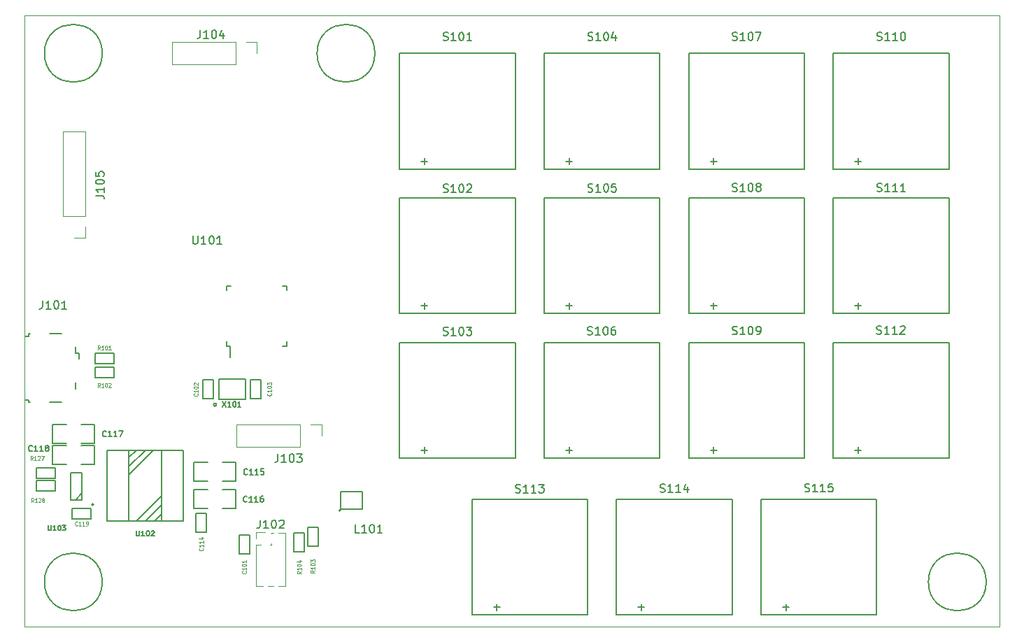
<source format=gto>
G04 #@! TF.GenerationSoftware,KiCad,Pcbnew,5.1.9-73d0e3b20d~88~ubuntu18.04.1*
G04 #@! TF.CreationDate,2021-10-16T20:22:12+02:00*
G04 #@! TF.ProjectId,VFODial,56464f44-6961-46c2-9e6b-696361645f70,rev?*
G04 #@! TF.SameCoordinates,Original*
G04 #@! TF.FileFunction,Legend,Top*
G04 #@! TF.FilePolarity,Positive*
%FSLAX46Y46*%
G04 Gerber Fmt 4.6, Leading zero omitted, Abs format (unit mm)*
G04 Created by KiCad (PCBNEW 5.1.9-73d0e3b20d~88~ubuntu18.04.1) date 2021-10-16 20:22:12*
%MOMM*%
%LPD*%
G01*
G04 APERTURE LIST*
G04 #@! TA.AperFunction,Profile*
%ADD10C,0.050000*%
G04 #@! TD*
%ADD11C,0.127000*%
%ADD12C,0.150000*%
%ADD13C,0.120000*%
%ADD14C,0.114300*%
%ADD15C,0.152000*%
G04 APERTURE END LIST*
D10*
X20100000Y-187400000D02*
X20100000Y-187300000D01*
X138100000Y-187400000D02*
X20100000Y-187400000D01*
X138100000Y-113400000D02*
X138100000Y-187400000D01*
X20100000Y-113400000D02*
X138100000Y-113400000D01*
X20100000Y-187300000D02*
X20100000Y-113400000D01*
D11*
G04 #@! TO.C,R128*
X21557000Y-169715000D02*
X23843000Y-169715000D01*
X23843000Y-169715000D02*
X23843000Y-170985000D01*
X23843000Y-170985000D02*
X21557000Y-170985000D01*
X21557000Y-170985000D02*
X21557000Y-169715000D01*
G04 #@! TO.C,R127*
X23843000Y-169435000D02*
X21557000Y-169435000D01*
X21557000Y-169435000D02*
X21557000Y-168165000D01*
X21557000Y-168165000D02*
X23843000Y-168165000D01*
X23843000Y-168165000D02*
X23843000Y-169435000D01*
G04 #@! TO.C,R104*
X53985000Y-176107000D02*
X53985000Y-178393000D01*
X53985000Y-178393000D02*
X52715000Y-178393000D01*
X52715000Y-178393000D02*
X52715000Y-176107000D01*
X52715000Y-176107000D02*
X53985000Y-176107000D01*
G04 #@! TO.C,R103*
X55635000Y-175407000D02*
X55635000Y-177693000D01*
X55635000Y-177693000D02*
X54365000Y-177693000D01*
X54365000Y-177693000D02*
X54365000Y-175407000D01*
X54365000Y-175407000D02*
X55635000Y-175407000D01*
G04 #@! TO.C,R102*
X28607000Y-155965000D02*
X30893000Y-155965000D01*
X30893000Y-155965000D02*
X30893000Y-157235000D01*
X30893000Y-157235000D02*
X28607000Y-157235000D01*
X28607000Y-157235000D02*
X28607000Y-155965000D01*
G04 #@! TO.C,R101*
X28607000Y-154315000D02*
X30893000Y-154315000D01*
X30893000Y-154315000D02*
X30893000Y-155585000D01*
X30893000Y-155585000D02*
X28607000Y-155585000D01*
X28607000Y-155585000D02*
X28607000Y-154315000D01*
G04 #@! TO.C,C119*
X28143000Y-174335000D02*
X25857000Y-174335000D01*
X25857000Y-174335000D02*
X25857000Y-173065000D01*
X25857000Y-173065000D02*
X28143000Y-173065000D01*
X28143000Y-173065000D02*
X28143000Y-174335000D01*
G04 #@! TO.C,C118*
X28590000Y-167743000D02*
X28590000Y-165457000D01*
X28590000Y-165457000D02*
X26939000Y-165457000D01*
X25161000Y-167743000D02*
X23510000Y-167743000D01*
X23510000Y-167743000D02*
X23510000Y-165457000D01*
X23510000Y-165457000D02*
X25161000Y-165457000D01*
X26939000Y-167743000D02*
X28590000Y-167743000D01*
G04 #@! TO.C,C117*
X28590000Y-165243000D02*
X28590000Y-162957000D01*
X28590000Y-162957000D02*
X26939000Y-162957000D01*
X25161000Y-165243000D02*
X23510000Y-165243000D01*
X23510000Y-165243000D02*
X23510000Y-162957000D01*
X23510000Y-162957000D02*
X25161000Y-162957000D01*
X26939000Y-165243000D02*
X28590000Y-165243000D01*
G04 #@! TO.C,C116*
X40610000Y-170857000D02*
X40610000Y-173143000D01*
X40610000Y-173143000D02*
X42261000Y-173143000D01*
X44039000Y-170857000D02*
X45690000Y-170857000D01*
X45690000Y-170857000D02*
X45690000Y-173143000D01*
X45690000Y-173143000D02*
X44039000Y-173143000D01*
X42261000Y-170857000D02*
X40610000Y-170857000D01*
G04 #@! TO.C,C115*
X40610000Y-167557000D02*
X40610000Y-169843000D01*
X40610000Y-169843000D02*
X42261000Y-169843000D01*
X44039000Y-167557000D02*
X45690000Y-167557000D01*
X45690000Y-167557000D02*
X45690000Y-169843000D01*
X45690000Y-169843000D02*
X44039000Y-169843000D01*
X42261000Y-167557000D02*
X40610000Y-167557000D01*
G04 #@! TO.C,C114*
X42135000Y-173707000D02*
X42135000Y-175993000D01*
X42135000Y-175993000D02*
X40865000Y-175993000D01*
X40865000Y-175993000D02*
X40865000Y-173707000D01*
X40865000Y-173707000D02*
X42135000Y-173707000D01*
G04 #@! TO.C,C103*
X47465000Y-159793000D02*
X47465000Y-157507000D01*
X47465000Y-157507000D02*
X48735000Y-157507000D01*
X48735000Y-157507000D02*
X48735000Y-159793000D01*
X48735000Y-159793000D02*
X47465000Y-159793000D01*
G04 #@! TO.C,C102*
X42935000Y-157507000D02*
X42935000Y-159793000D01*
X42935000Y-159793000D02*
X41665000Y-159793000D01*
X41665000Y-159793000D02*
X41665000Y-157507000D01*
X41665000Y-157507000D02*
X42935000Y-157507000D01*
G04 #@! TO.C,C101*
X46065000Y-178643000D02*
X46065000Y-176357000D01*
X46065000Y-176357000D02*
X47335000Y-176357000D01*
X47335000Y-176357000D02*
X47335000Y-178643000D01*
X47335000Y-178643000D02*
X46065000Y-178643000D01*
D12*
G04 #@! TO.C,U102*
X30100000Y-174650000D02*
X30100000Y-166050000D01*
X30100000Y-166050000D02*
X39300000Y-166050000D01*
X39300000Y-166050000D02*
X39300000Y-174650000D01*
X39300000Y-174650000D02*
X30100000Y-174650000D01*
X36700000Y-174550000D02*
X36700000Y-166050000D01*
X32700000Y-174650000D02*
X32700000Y-166050000D01*
X33600000Y-166050000D02*
X32700000Y-166950000D01*
X34700000Y-166050000D02*
X32700000Y-168050000D01*
X35700000Y-166050000D02*
X32700000Y-169050000D01*
X34700000Y-174650000D02*
X36700000Y-172650000D01*
X35800000Y-174650000D02*
X36700000Y-173750000D01*
X33600000Y-174650000D02*
X36700000Y-171550000D01*
G04 #@! TO.C,U103*
X27050000Y-172050000D02*
X25650000Y-172050000D01*
X25650000Y-172050000D02*
X25650000Y-168750000D01*
X25650000Y-168750000D02*
X27050000Y-168750000D01*
X27050000Y-168750000D02*
X27050000Y-172050000D01*
X28491421Y-172650000D02*
G75*
G03*
X28491421Y-172650000I-141421J0D01*
G01*
X27050000Y-171250000D02*
X26250000Y-172050000D01*
G04 #@! TO.C,REF\u002A\u002A*
X62500000Y-118000000D02*
G75*
G03*
X62500000Y-118000000I-3500000J0D01*
G01*
X29500000Y-182000000D02*
G75*
G03*
X29500000Y-182000000I-3500000J0D01*
G01*
X136500000Y-182000000D02*
G75*
G03*
X136500000Y-182000000I-3500000J0D01*
G01*
X29500000Y-118000000D02*
G75*
G03*
X29500000Y-118000000I-3500000J0D01*
G01*
G04 #@! TO.C,S115*
X109250000Y-172000000D02*
X123250000Y-172000000D01*
X123250000Y-172000000D02*
X123250000Y-186000000D01*
X123250000Y-186000000D02*
X109250000Y-186000000D01*
X109250000Y-186000000D02*
X109250000Y-172000000D01*
G04 #@! TO.C,S114*
X91750000Y-172000000D02*
X105750000Y-172000000D01*
X105750000Y-172000000D02*
X105750000Y-186000000D01*
X105750000Y-186000000D02*
X91750000Y-186000000D01*
X91750000Y-186000000D02*
X91750000Y-172000000D01*
G04 #@! TO.C,S113*
X74250000Y-172000000D02*
X88250000Y-172000000D01*
X88250000Y-172000000D02*
X88250000Y-186000000D01*
X88250000Y-186000000D02*
X74250000Y-186000000D01*
X74250000Y-186000000D02*
X74250000Y-172000000D01*
G04 #@! TO.C,S112*
X118000000Y-153000000D02*
X132000000Y-153000000D01*
X132000000Y-153000000D02*
X132000000Y-167000000D01*
X132000000Y-167000000D02*
X118000000Y-167000000D01*
X118000000Y-167000000D02*
X118000000Y-153000000D01*
G04 #@! TO.C,S111*
X118000000Y-135500000D02*
X132000000Y-135500000D01*
X132000000Y-135500000D02*
X132000000Y-149500000D01*
X132000000Y-149500000D02*
X118000000Y-149500000D01*
X118000000Y-149500000D02*
X118000000Y-135500000D01*
G04 #@! TO.C,S110*
X118000000Y-118000000D02*
X132000000Y-118000000D01*
X132000000Y-118000000D02*
X132000000Y-132000000D01*
X132000000Y-132000000D02*
X118000000Y-132000000D01*
X118000000Y-132000000D02*
X118000000Y-118000000D01*
G04 #@! TO.C,S109*
X100500000Y-153000000D02*
X114500000Y-153000000D01*
X114500000Y-153000000D02*
X114500000Y-167000000D01*
X114500000Y-167000000D02*
X100500000Y-167000000D01*
X100500000Y-167000000D02*
X100500000Y-153000000D01*
G04 #@! TO.C,S108*
X100500000Y-135500000D02*
X114500000Y-135500000D01*
X114500000Y-135500000D02*
X114500000Y-149500000D01*
X114500000Y-149500000D02*
X100500000Y-149500000D01*
X100500000Y-149500000D02*
X100500000Y-135500000D01*
G04 #@! TO.C,S107*
X100500000Y-118000000D02*
X114500000Y-118000000D01*
X114500000Y-118000000D02*
X114500000Y-132000000D01*
X114500000Y-132000000D02*
X100500000Y-132000000D01*
X100500000Y-132000000D02*
X100500000Y-118000000D01*
G04 #@! TO.C,S106*
X83000000Y-153000000D02*
X97000000Y-153000000D01*
X97000000Y-153000000D02*
X97000000Y-167000000D01*
X97000000Y-167000000D02*
X83000000Y-167000000D01*
X83000000Y-167000000D02*
X83000000Y-153000000D01*
G04 #@! TO.C,S105*
X83000000Y-135500000D02*
X97000000Y-135500000D01*
X97000000Y-135500000D02*
X97000000Y-149500000D01*
X97000000Y-149500000D02*
X83000000Y-149500000D01*
X83000000Y-149500000D02*
X83000000Y-135500000D01*
G04 #@! TO.C,S104*
X83000000Y-118000000D02*
X97000000Y-118000000D01*
X97000000Y-118000000D02*
X97000000Y-132000000D01*
X97000000Y-132000000D02*
X83000000Y-132000000D01*
X83000000Y-132000000D02*
X83000000Y-118000000D01*
G04 #@! TO.C,S103*
X65500000Y-153000000D02*
X79500000Y-153000000D01*
X79500000Y-153000000D02*
X79500000Y-167000000D01*
X79500000Y-167000000D02*
X65500000Y-167000000D01*
X65500000Y-167000000D02*
X65500000Y-153000000D01*
G04 #@! TO.C,S102*
X65500000Y-135500000D02*
X79500000Y-135500000D01*
X79500000Y-135500000D02*
X79500000Y-149500000D01*
X79500000Y-149500000D02*
X65500000Y-149500000D01*
X65500000Y-149500000D02*
X65500000Y-135500000D01*
G04 #@! TO.C,S101*
X65500000Y-118000000D02*
X79500000Y-118000000D01*
X79500000Y-118000000D02*
X79500000Y-132000000D01*
X79500000Y-132000000D02*
X65500000Y-132000000D01*
X65500000Y-132000000D02*
X65500000Y-118000000D01*
G04 #@! TO.C,X101*
X43330279Y-160550000D02*
G75*
G03*
X43330279Y-160550000I-180278J0D01*
G01*
X43600001Y-157400000D02*
X46800001Y-157400000D01*
X46800001Y-157400000D02*
X46800001Y-159900000D01*
X46800001Y-159900000D02*
X43600001Y-159900000D01*
X43600001Y-159900000D02*
X43600001Y-157400000D01*
G04 #@! TO.C,U101*
X44575000Y-153425000D02*
X45000000Y-153425000D01*
X44575000Y-146175000D02*
X45100000Y-146175000D01*
X51825000Y-146175000D02*
X51300000Y-146175000D01*
X51825000Y-153425000D02*
X51300000Y-153425000D01*
X44575000Y-153425000D02*
X44575000Y-152900000D01*
X51825000Y-153425000D02*
X51825000Y-152900000D01*
X51825000Y-146175000D02*
X51825000Y-146700000D01*
X44575000Y-146175000D02*
X44575000Y-146700000D01*
X45000000Y-153425000D02*
X45000000Y-154800000D01*
G04 #@! TO.C,J101*
X24550000Y-151950000D02*
X23150000Y-151950000D01*
X20750000Y-151950000D02*
X20600000Y-151950000D01*
X20600000Y-151950000D02*
X20600000Y-152250000D01*
X20600000Y-152250000D02*
X20150000Y-152250000D01*
X20150000Y-159950000D02*
X20600000Y-159950000D01*
X20600000Y-159950000D02*
X20600000Y-160250000D01*
X20600000Y-160250000D02*
X20750000Y-160250000D01*
X23150000Y-160250000D02*
X24550000Y-160250000D01*
X26725000Y-155025000D02*
X26725000Y-154300000D01*
X26725000Y-154300000D02*
X26300000Y-154300000D01*
X26300000Y-154300000D02*
X26300000Y-153575000D01*
X26300000Y-157900000D02*
X26300000Y-158625000D01*
D13*
G04 #@! TO.C,J102*
X48120000Y-182525000D02*
X48942470Y-182525000D01*
X50827530Y-182525000D02*
X51650000Y-182525000D01*
X49557530Y-182525000D02*
X50212470Y-182525000D01*
X48120000Y-177510000D02*
X48120000Y-182525000D01*
X51650000Y-176055000D02*
X51650000Y-182525000D01*
X48120000Y-177510000D02*
X48686529Y-177510000D01*
X49813471Y-177510000D02*
X49956529Y-177510000D01*
X50010000Y-177456529D02*
X50010000Y-177313471D01*
X50010000Y-176186529D02*
X50010000Y-176055000D01*
X50010000Y-176055000D02*
X50212470Y-176055000D01*
X50827530Y-176055000D02*
X51650000Y-176055000D01*
X48120000Y-176750000D02*
X48120000Y-175990000D01*
X48120000Y-175990000D02*
X49250000Y-175990000D01*
G04 #@! TO.C,J105*
X27430000Y-127510000D02*
X24770000Y-127510000D01*
X27430000Y-137730000D02*
X27430000Y-127510000D01*
X24770000Y-137730000D02*
X24770000Y-127510000D01*
X27430000Y-137730000D02*
X24770000Y-137730000D01*
X27430000Y-139000000D02*
X27430000Y-140330000D01*
X27430000Y-140330000D02*
X26100000Y-140330000D01*
G04 #@! TO.C,J104*
X37950000Y-116670000D02*
X37950000Y-119330000D01*
X45630000Y-116670000D02*
X37950000Y-116670000D01*
X45630000Y-119330000D02*
X37950000Y-119330000D01*
X45630000Y-116670000D02*
X45630000Y-119330000D01*
X46900000Y-116670000D02*
X48230000Y-116670000D01*
X48230000Y-116670000D02*
X48230000Y-118000000D01*
G04 #@! TO.C,J103*
X45750000Y-162970000D02*
X45750000Y-165630000D01*
X53430000Y-162970000D02*
X45750000Y-162970000D01*
X53430000Y-165630000D02*
X45750000Y-165630000D01*
X53430000Y-162970000D02*
X53430000Y-165630000D01*
X54700000Y-162970000D02*
X56030000Y-162970000D01*
X56030000Y-162970000D02*
X56030000Y-164300000D01*
D12*
G04 #@! TO.C,L101*
X58350000Y-171050000D02*
X60950000Y-171050000D01*
X58350000Y-173150000D02*
X58350000Y-171050000D01*
X60950000Y-173150000D02*
X58350000Y-173150000D01*
X60950000Y-171050000D02*
X60950000Y-173150000D01*
X58350000Y-173350000D02*
G75*
G03*
X58350000Y-173350000I-100000J0D01*
G01*
G04 #@! TD*
G04 #@! TO.C,R128*
D14*
X21188371Y-172379809D02*
X21035971Y-172137904D01*
X20927114Y-172379809D02*
X20927114Y-171871809D01*
X21101285Y-171871809D01*
X21144828Y-171896000D01*
X21166600Y-171920190D01*
X21188371Y-171968571D01*
X21188371Y-172041142D01*
X21166600Y-172089523D01*
X21144828Y-172113714D01*
X21101285Y-172137904D01*
X20927114Y-172137904D01*
X21623800Y-172379809D02*
X21362542Y-172379809D01*
X21493171Y-172379809D02*
X21493171Y-171871809D01*
X21449628Y-171944380D01*
X21406085Y-171992761D01*
X21362542Y-172016952D01*
X21797971Y-171920190D02*
X21819742Y-171896000D01*
X21863285Y-171871809D01*
X21972142Y-171871809D01*
X22015685Y-171896000D01*
X22037457Y-171920190D01*
X22059228Y-171968571D01*
X22059228Y-172016952D01*
X22037457Y-172089523D01*
X21776200Y-172379809D01*
X22059228Y-172379809D01*
X22320485Y-172089523D02*
X22276942Y-172065333D01*
X22255171Y-172041142D01*
X22233400Y-171992761D01*
X22233400Y-171968571D01*
X22255171Y-171920190D01*
X22276942Y-171896000D01*
X22320485Y-171871809D01*
X22407571Y-171871809D01*
X22451114Y-171896000D01*
X22472885Y-171920190D01*
X22494657Y-171968571D01*
X22494657Y-171992761D01*
X22472885Y-172041142D01*
X22451114Y-172065333D01*
X22407571Y-172089523D01*
X22320485Y-172089523D01*
X22276942Y-172113714D01*
X22255171Y-172137904D01*
X22233400Y-172186285D01*
X22233400Y-172283047D01*
X22255171Y-172331428D01*
X22276942Y-172355619D01*
X22320485Y-172379809D01*
X22407571Y-172379809D01*
X22451114Y-172355619D01*
X22472885Y-172331428D01*
X22494657Y-172283047D01*
X22494657Y-172186285D01*
X22472885Y-172137904D01*
X22451114Y-172113714D01*
X22407571Y-172089523D01*
G04 #@! TO.C,R127*
X21088371Y-167279809D02*
X20935971Y-167037904D01*
X20827114Y-167279809D02*
X20827114Y-166771809D01*
X21001285Y-166771809D01*
X21044828Y-166796000D01*
X21066600Y-166820190D01*
X21088371Y-166868571D01*
X21088371Y-166941142D01*
X21066600Y-166989523D01*
X21044828Y-167013714D01*
X21001285Y-167037904D01*
X20827114Y-167037904D01*
X21523800Y-167279809D02*
X21262542Y-167279809D01*
X21393171Y-167279809D02*
X21393171Y-166771809D01*
X21349628Y-166844380D01*
X21306085Y-166892761D01*
X21262542Y-166916952D01*
X21697971Y-166820190D02*
X21719742Y-166796000D01*
X21763285Y-166771809D01*
X21872142Y-166771809D01*
X21915685Y-166796000D01*
X21937457Y-166820190D01*
X21959228Y-166868571D01*
X21959228Y-166916952D01*
X21937457Y-166989523D01*
X21676200Y-167279809D01*
X21959228Y-167279809D01*
X22111628Y-166771809D02*
X22416428Y-166771809D01*
X22220485Y-167279809D01*
G04 #@! TO.C,R104*
X53579809Y-180711628D02*
X53337904Y-180864028D01*
X53579809Y-180972885D02*
X53071809Y-180972885D01*
X53071809Y-180798714D01*
X53096000Y-180755171D01*
X53120190Y-180733400D01*
X53168571Y-180711628D01*
X53241142Y-180711628D01*
X53289523Y-180733400D01*
X53313714Y-180755171D01*
X53337904Y-180798714D01*
X53337904Y-180972885D01*
X53579809Y-180276200D02*
X53579809Y-180537457D01*
X53579809Y-180406828D02*
X53071809Y-180406828D01*
X53144380Y-180450371D01*
X53192761Y-180493914D01*
X53216952Y-180537457D01*
X53071809Y-179993171D02*
X53071809Y-179949628D01*
X53096000Y-179906085D01*
X53120190Y-179884314D01*
X53168571Y-179862542D01*
X53265333Y-179840771D01*
X53386285Y-179840771D01*
X53483047Y-179862542D01*
X53531428Y-179884314D01*
X53555619Y-179906085D01*
X53579809Y-179949628D01*
X53579809Y-179993171D01*
X53555619Y-180036714D01*
X53531428Y-180058485D01*
X53483047Y-180080257D01*
X53386285Y-180102028D01*
X53265333Y-180102028D01*
X53168571Y-180080257D01*
X53120190Y-180058485D01*
X53096000Y-180036714D01*
X53071809Y-179993171D01*
X53241142Y-179448885D02*
X53579809Y-179448885D01*
X53047619Y-179557742D02*
X53410476Y-179666600D01*
X53410476Y-179383571D01*
G04 #@! TO.C,R103*
X55229809Y-180611628D02*
X54987904Y-180764028D01*
X55229809Y-180872885D02*
X54721809Y-180872885D01*
X54721809Y-180698714D01*
X54746000Y-180655171D01*
X54770190Y-180633400D01*
X54818571Y-180611628D01*
X54891142Y-180611628D01*
X54939523Y-180633400D01*
X54963714Y-180655171D01*
X54987904Y-180698714D01*
X54987904Y-180872885D01*
X55229809Y-180176200D02*
X55229809Y-180437457D01*
X55229809Y-180306828D02*
X54721809Y-180306828D01*
X54794380Y-180350371D01*
X54842761Y-180393914D01*
X54866952Y-180437457D01*
X54721809Y-179893171D02*
X54721809Y-179849628D01*
X54746000Y-179806085D01*
X54770190Y-179784314D01*
X54818571Y-179762542D01*
X54915333Y-179740771D01*
X55036285Y-179740771D01*
X55133047Y-179762542D01*
X55181428Y-179784314D01*
X55205619Y-179806085D01*
X55229809Y-179849628D01*
X55229809Y-179893171D01*
X55205619Y-179936714D01*
X55181428Y-179958485D01*
X55133047Y-179980257D01*
X55036285Y-180002028D01*
X54915333Y-180002028D01*
X54818571Y-179980257D01*
X54770190Y-179958485D01*
X54746000Y-179936714D01*
X54721809Y-179893171D01*
X54721809Y-179588371D02*
X54721809Y-179305342D01*
X54915333Y-179457742D01*
X54915333Y-179392428D01*
X54939523Y-179348885D01*
X54963714Y-179327114D01*
X55012095Y-179305342D01*
X55133047Y-179305342D01*
X55181428Y-179327114D01*
X55205619Y-179348885D01*
X55229809Y-179392428D01*
X55229809Y-179523057D01*
X55205619Y-179566600D01*
X55181428Y-179588371D01*
G04 #@! TO.C,R102*
X29238371Y-158429809D02*
X29085971Y-158187904D01*
X28977114Y-158429809D02*
X28977114Y-157921809D01*
X29151285Y-157921809D01*
X29194828Y-157946000D01*
X29216600Y-157970190D01*
X29238371Y-158018571D01*
X29238371Y-158091142D01*
X29216600Y-158139523D01*
X29194828Y-158163714D01*
X29151285Y-158187904D01*
X28977114Y-158187904D01*
X29673800Y-158429809D02*
X29412542Y-158429809D01*
X29543171Y-158429809D02*
X29543171Y-157921809D01*
X29499628Y-157994380D01*
X29456085Y-158042761D01*
X29412542Y-158066952D01*
X29956828Y-157921809D02*
X30000371Y-157921809D01*
X30043914Y-157946000D01*
X30065685Y-157970190D01*
X30087457Y-158018571D01*
X30109228Y-158115333D01*
X30109228Y-158236285D01*
X30087457Y-158333047D01*
X30065685Y-158381428D01*
X30043914Y-158405619D01*
X30000371Y-158429809D01*
X29956828Y-158429809D01*
X29913285Y-158405619D01*
X29891514Y-158381428D01*
X29869742Y-158333047D01*
X29847971Y-158236285D01*
X29847971Y-158115333D01*
X29869742Y-158018571D01*
X29891514Y-157970190D01*
X29913285Y-157946000D01*
X29956828Y-157921809D01*
X30283400Y-157970190D02*
X30305171Y-157946000D01*
X30348714Y-157921809D01*
X30457571Y-157921809D01*
X30501114Y-157946000D01*
X30522885Y-157970190D01*
X30544657Y-158018571D01*
X30544657Y-158066952D01*
X30522885Y-158139523D01*
X30261628Y-158429809D01*
X30544657Y-158429809D01*
G04 #@! TO.C,R101*
X29238371Y-153909809D02*
X29085971Y-153667904D01*
X28977114Y-153909809D02*
X28977114Y-153401809D01*
X29151285Y-153401809D01*
X29194828Y-153426000D01*
X29216600Y-153450190D01*
X29238371Y-153498571D01*
X29238371Y-153571142D01*
X29216600Y-153619523D01*
X29194828Y-153643714D01*
X29151285Y-153667904D01*
X28977114Y-153667904D01*
X29673800Y-153909809D02*
X29412542Y-153909809D01*
X29543171Y-153909809D02*
X29543171Y-153401809D01*
X29499628Y-153474380D01*
X29456085Y-153522761D01*
X29412542Y-153546952D01*
X29956828Y-153401809D02*
X30000371Y-153401809D01*
X30043914Y-153426000D01*
X30065685Y-153450190D01*
X30087457Y-153498571D01*
X30109228Y-153595333D01*
X30109228Y-153716285D01*
X30087457Y-153813047D01*
X30065685Y-153861428D01*
X30043914Y-153885619D01*
X30000371Y-153909809D01*
X29956828Y-153909809D01*
X29913285Y-153885619D01*
X29891514Y-153861428D01*
X29869742Y-153813047D01*
X29847971Y-153716285D01*
X29847971Y-153595333D01*
X29869742Y-153498571D01*
X29891514Y-153450190D01*
X29913285Y-153426000D01*
X29956828Y-153401809D01*
X30544657Y-153909809D02*
X30283400Y-153909809D01*
X30414028Y-153909809D02*
X30414028Y-153401809D01*
X30370485Y-153474380D01*
X30326942Y-153522761D01*
X30283400Y-153546952D01*
G04 #@! TO.C,C119*
X26488371Y-175151428D02*
X26466600Y-175175619D01*
X26401285Y-175199809D01*
X26357742Y-175199809D01*
X26292428Y-175175619D01*
X26248885Y-175127238D01*
X26227114Y-175078857D01*
X26205342Y-174982095D01*
X26205342Y-174909523D01*
X26227114Y-174812761D01*
X26248885Y-174764380D01*
X26292428Y-174716000D01*
X26357742Y-174691809D01*
X26401285Y-174691809D01*
X26466600Y-174716000D01*
X26488371Y-174740190D01*
X26923800Y-175199809D02*
X26662542Y-175199809D01*
X26793171Y-175199809D02*
X26793171Y-174691809D01*
X26749628Y-174764380D01*
X26706085Y-174812761D01*
X26662542Y-174836952D01*
X27359228Y-175199809D02*
X27097971Y-175199809D01*
X27228600Y-175199809D02*
X27228600Y-174691809D01*
X27185057Y-174764380D01*
X27141514Y-174812761D01*
X27097971Y-174836952D01*
X27576942Y-175199809D02*
X27664028Y-175199809D01*
X27707571Y-175175619D01*
X27729342Y-175151428D01*
X27772885Y-175078857D01*
X27794657Y-174982095D01*
X27794657Y-174788571D01*
X27772885Y-174740190D01*
X27751114Y-174716000D01*
X27707571Y-174691809D01*
X27620485Y-174691809D01*
X27576942Y-174716000D01*
X27555171Y-174740190D01*
X27533400Y-174788571D01*
X27533400Y-174909523D01*
X27555171Y-174957904D01*
X27576942Y-174982095D01*
X27620485Y-175006285D01*
X27707571Y-175006285D01*
X27751114Y-174982095D01*
X27772885Y-174957904D01*
X27794657Y-174909523D01*
G04 #@! TO.C,C118*
D15*
X21016666Y-166100000D02*
X20983333Y-166133333D01*
X20883333Y-166166666D01*
X20816666Y-166166666D01*
X20716666Y-166133333D01*
X20650000Y-166066666D01*
X20616666Y-166000000D01*
X20583333Y-165866666D01*
X20583333Y-165766666D01*
X20616666Y-165633333D01*
X20650000Y-165566666D01*
X20716666Y-165500000D01*
X20816666Y-165466666D01*
X20883333Y-165466666D01*
X20983333Y-165500000D01*
X21016666Y-165533333D01*
X21683333Y-166166666D02*
X21283333Y-166166666D01*
X21483333Y-166166666D02*
X21483333Y-165466666D01*
X21416666Y-165566666D01*
X21350000Y-165633333D01*
X21283333Y-165666666D01*
X22350000Y-166166666D02*
X21950000Y-166166666D01*
X22150000Y-166166666D02*
X22150000Y-165466666D01*
X22083333Y-165566666D01*
X22016666Y-165633333D01*
X21950000Y-165666666D01*
X22750000Y-165766666D02*
X22683333Y-165733333D01*
X22650000Y-165700000D01*
X22616666Y-165633333D01*
X22616666Y-165600000D01*
X22650000Y-165533333D01*
X22683333Y-165500000D01*
X22750000Y-165466666D01*
X22883333Y-165466666D01*
X22950000Y-165500000D01*
X22983333Y-165533333D01*
X23016666Y-165600000D01*
X23016666Y-165633333D01*
X22983333Y-165700000D01*
X22950000Y-165733333D01*
X22883333Y-165766666D01*
X22750000Y-165766666D01*
X22683333Y-165800000D01*
X22650000Y-165833333D01*
X22616666Y-165900000D01*
X22616666Y-166033333D01*
X22650000Y-166100000D01*
X22683333Y-166133333D01*
X22750000Y-166166666D01*
X22883333Y-166166666D01*
X22950000Y-166133333D01*
X22983333Y-166100000D01*
X23016666Y-166033333D01*
X23016666Y-165900000D01*
X22983333Y-165833333D01*
X22950000Y-165800000D01*
X22883333Y-165766666D01*
G04 #@! TO.C,C117*
X29966666Y-164350000D02*
X29933333Y-164383333D01*
X29833333Y-164416666D01*
X29766666Y-164416666D01*
X29666666Y-164383333D01*
X29600000Y-164316666D01*
X29566666Y-164250000D01*
X29533333Y-164116666D01*
X29533333Y-164016666D01*
X29566666Y-163883333D01*
X29600000Y-163816666D01*
X29666666Y-163750000D01*
X29766666Y-163716666D01*
X29833333Y-163716666D01*
X29933333Y-163750000D01*
X29966666Y-163783333D01*
X30633333Y-164416666D02*
X30233333Y-164416666D01*
X30433333Y-164416666D02*
X30433333Y-163716666D01*
X30366666Y-163816666D01*
X30300000Y-163883333D01*
X30233333Y-163916666D01*
X31300000Y-164416666D02*
X30900000Y-164416666D01*
X31100000Y-164416666D02*
X31100000Y-163716666D01*
X31033333Y-163816666D01*
X30966666Y-163883333D01*
X30900000Y-163916666D01*
X31533333Y-163716666D02*
X32000000Y-163716666D01*
X31700000Y-164416666D01*
G04 #@! TO.C,C116*
X47016666Y-172250000D02*
X46983333Y-172283333D01*
X46883333Y-172316666D01*
X46816666Y-172316666D01*
X46716666Y-172283333D01*
X46650000Y-172216666D01*
X46616666Y-172150000D01*
X46583333Y-172016666D01*
X46583333Y-171916666D01*
X46616666Y-171783333D01*
X46650000Y-171716666D01*
X46716666Y-171650000D01*
X46816666Y-171616666D01*
X46883333Y-171616666D01*
X46983333Y-171650000D01*
X47016666Y-171683333D01*
X47683333Y-172316666D02*
X47283333Y-172316666D01*
X47483333Y-172316666D02*
X47483333Y-171616666D01*
X47416666Y-171716666D01*
X47350000Y-171783333D01*
X47283333Y-171816666D01*
X48350000Y-172316666D02*
X47950000Y-172316666D01*
X48150000Y-172316666D02*
X48150000Y-171616666D01*
X48083333Y-171716666D01*
X48016666Y-171783333D01*
X47950000Y-171816666D01*
X48950000Y-171616666D02*
X48816666Y-171616666D01*
X48750000Y-171650000D01*
X48716666Y-171683333D01*
X48650000Y-171783333D01*
X48616666Y-171916666D01*
X48616666Y-172183333D01*
X48650000Y-172250000D01*
X48683333Y-172283333D01*
X48750000Y-172316666D01*
X48883333Y-172316666D01*
X48950000Y-172283333D01*
X48983333Y-172250000D01*
X49016666Y-172183333D01*
X49016666Y-172016666D01*
X48983333Y-171950000D01*
X48950000Y-171916666D01*
X48883333Y-171883333D01*
X48750000Y-171883333D01*
X48683333Y-171916666D01*
X48650000Y-171950000D01*
X48616666Y-172016666D01*
G04 #@! TO.C,C115*
X47066666Y-168950000D02*
X47033333Y-168983333D01*
X46933333Y-169016666D01*
X46866666Y-169016666D01*
X46766666Y-168983333D01*
X46700000Y-168916666D01*
X46666666Y-168850000D01*
X46633333Y-168716666D01*
X46633333Y-168616666D01*
X46666666Y-168483333D01*
X46700000Y-168416666D01*
X46766666Y-168350000D01*
X46866666Y-168316666D01*
X46933333Y-168316666D01*
X47033333Y-168350000D01*
X47066666Y-168383333D01*
X47733333Y-169016666D02*
X47333333Y-169016666D01*
X47533333Y-169016666D02*
X47533333Y-168316666D01*
X47466666Y-168416666D01*
X47400000Y-168483333D01*
X47333333Y-168516666D01*
X48400000Y-169016666D02*
X48000000Y-169016666D01*
X48200000Y-169016666D02*
X48200000Y-168316666D01*
X48133333Y-168416666D01*
X48066666Y-168483333D01*
X48000000Y-168516666D01*
X49033333Y-168316666D02*
X48700000Y-168316666D01*
X48666666Y-168650000D01*
X48700000Y-168616666D01*
X48766666Y-168583333D01*
X48933333Y-168583333D01*
X49000000Y-168616666D01*
X49033333Y-168650000D01*
X49066666Y-168716666D01*
X49066666Y-168883333D01*
X49033333Y-168950000D01*
X49000000Y-168983333D01*
X48933333Y-169016666D01*
X48766666Y-169016666D01*
X48700000Y-168983333D01*
X48666666Y-168950000D01*
G04 #@! TO.C,C114*
D14*
X41681428Y-177911628D02*
X41705619Y-177933400D01*
X41729809Y-177998714D01*
X41729809Y-178042257D01*
X41705619Y-178107571D01*
X41657238Y-178151114D01*
X41608857Y-178172885D01*
X41512095Y-178194657D01*
X41439523Y-178194657D01*
X41342761Y-178172885D01*
X41294380Y-178151114D01*
X41246000Y-178107571D01*
X41221809Y-178042257D01*
X41221809Y-177998714D01*
X41246000Y-177933400D01*
X41270190Y-177911628D01*
X41729809Y-177476200D02*
X41729809Y-177737457D01*
X41729809Y-177606828D02*
X41221809Y-177606828D01*
X41294380Y-177650371D01*
X41342761Y-177693914D01*
X41366952Y-177737457D01*
X41729809Y-177040771D02*
X41729809Y-177302028D01*
X41729809Y-177171400D02*
X41221809Y-177171400D01*
X41294380Y-177214942D01*
X41342761Y-177258485D01*
X41366952Y-177302028D01*
X41391142Y-176648885D02*
X41729809Y-176648885D01*
X41197619Y-176757742D02*
X41560476Y-176866600D01*
X41560476Y-176583571D01*
G04 #@! TO.C,C103*
X49931428Y-159161628D02*
X49955619Y-159183400D01*
X49979809Y-159248714D01*
X49979809Y-159292257D01*
X49955619Y-159357571D01*
X49907238Y-159401114D01*
X49858857Y-159422885D01*
X49762095Y-159444657D01*
X49689523Y-159444657D01*
X49592761Y-159422885D01*
X49544380Y-159401114D01*
X49496000Y-159357571D01*
X49471809Y-159292257D01*
X49471809Y-159248714D01*
X49496000Y-159183400D01*
X49520190Y-159161628D01*
X49979809Y-158726200D02*
X49979809Y-158987457D01*
X49979809Y-158856828D02*
X49471809Y-158856828D01*
X49544380Y-158900371D01*
X49592761Y-158943914D01*
X49616952Y-158987457D01*
X49471809Y-158443171D02*
X49471809Y-158399628D01*
X49496000Y-158356085D01*
X49520190Y-158334314D01*
X49568571Y-158312542D01*
X49665333Y-158290771D01*
X49786285Y-158290771D01*
X49883047Y-158312542D01*
X49931428Y-158334314D01*
X49955619Y-158356085D01*
X49979809Y-158399628D01*
X49979809Y-158443171D01*
X49955619Y-158486714D01*
X49931428Y-158508485D01*
X49883047Y-158530257D01*
X49786285Y-158552028D01*
X49665333Y-158552028D01*
X49568571Y-158530257D01*
X49520190Y-158508485D01*
X49496000Y-158486714D01*
X49471809Y-158443171D01*
X49471809Y-158138371D02*
X49471809Y-157855342D01*
X49665333Y-158007742D01*
X49665333Y-157942428D01*
X49689523Y-157898885D01*
X49713714Y-157877114D01*
X49762095Y-157855342D01*
X49883047Y-157855342D01*
X49931428Y-157877114D01*
X49955619Y-157898885D01*
X49979809Y-157942428D01*
X49979809Y-158073057D01*
X49955619Y-158116600D01*
X49931428Y-158138371D01*
G04 #@! TO.C,C102*
X41031428Y-159211628D02*
X41055619Y-159233400D01*
X41079809Y-159298714D01*
X41079809Y-159342257D01*
X41055619Y-159407571D01*
X41007238Y-159451114D01*
X40958857Y-159472885D01*
X40862095Y-159494657D01*
X40789523Y-159494657D01*
X40692761Y-159472885D01*
X40644380Y-159451114D01*
X40596000Y-159407571D01*
X40571809Y-159342257D01*
X40571809Y-159298714D01*
X40596000Y-159233400D01*
X40620190Y-159211628D01*
X41079809Y-158776200D02*
X41079809Y-159037457D01*
X41079809Y-158906828D02*
X40571809Y-158906828D01*
X40644380Y-158950371D01*
X40692761Y-158993914D01*
X40716952Y-159037457D01*
X40571809Y-158493171D02*
X40571809Y-158449628D01*
X40596000Y-158406085D01*
X40620190Y-158384314D01*
X40668571Y-158362542D01*
X40765333Y-158340771D01*
X40886285Y-158340771D01*
X40983047Y-158362542D01*
X41031428Y-158384314D01*
X41055619Y-158406085D01*
X41079809Y-158449628D01*
X41079809Y-158493171D01*
X41055619Y-158536714D01*
X41031428Y-158558485D01*
X40983047Y-158580257D01*
X40886285Y-158602028D01*
X40765333Y-158602028D01*
X40668571Y-158580257D01*
X40620190Y-158558485D01*
X40596000Y-158536714D01*
X40571809Y-158493171D01*
X40620190Y-158166600D02*
X40596000Y-158144828D01*
X40571809Y-158101285D01*
X40571809Y-157992428D01*
X40596000Y-157948885D01*
X40620190Y-157927114D01*
X40668571Y-157905342D01*
X40716952Y-157905342D01*
X40789523Y-157927114D01*
X41079809Y-158188371D01*
X41079809Y-157905342D01*
G04 #@! TO.C,C101*
X46881428Y-180711628D02*
X46905619Y-180733400D01*
X46929809Y-180798714D01*
X46929809Y-180842257D01*
X46905619Y-180907571D01*
X46857238Y-180951114D01*
X46808857Y-180972885D01*
X46712095Y-180994657D01*
X46639523Y-180994657D01*
X46542761Y-180972885D01*
X46494380Y-180951114D01*
X46446000Y-180907571D01*
X46421809Y-180842257D01*
X46421809Y-180798714D01*
X46446000Y-180733400D01*
X46470190Y-180711628D01*
X46929809Y-180276200D02*
X46929809Y-180537457D01*
X46929809Y-180406828D02*
X46421809Y-180406828D01*
X46494380Y-180450371D01*
X46542761Y-180493914D01*
X46566952Y-180537457D01*
X46421809Y-179993171D02*
X46421809Y-179949628D01*
X46446000Y-179906085D01*
X46470190Y-179884314D01*
X46518571Y-179862542D01*
X46615333Y-179840771D01*
X46736285Y-179840771D01*
X46833047Y-179862542D01*
X46881428Y-179884314D01*
X46905619Y-179906085D01*
X46929809Y-179949628D01*
X46929809Y-179993171D01*
X46905619Y-180036714D01*
X46881428Y-180058485D01*
X46833047Y-180080257D01*
X46736285Y-180102028D01*
X46615333Y-180102028D01*
X46518571Y-180080257D01*
X46470190Y-180058485D01*
X46446000Y-180036714D01*
X46421809Y-179993171D01*
X46929809Y-179405342D02*
X46929809Y-179666600D01*
X46929809Y-179535971D02*
X46421809Y-179535971D01*
X46494380Y-179579514D01*
X46542761Y-179623057D01*
X46566952Y-179666600D01*
G04 #@! TO.C,U102*
D12*
X33611428Y-175802261D02*
X33611428Y-176316309D01*
X33641666Y-176376785D01*
X33671904Y-176407023D01*
X33732380Y-176437261D01*
X33853333Y-176437261D01*
X33913809Y-176407023D01*
X33944047Y-176376785D01*
X33974285Y-176316309D01*
X33974285Y-175802261D01*
X34609285Y-176437261D02*
X34246428Y-176437261D01*
X34427857Y-176437261D02*
X34427857Y-175802261D01*
X34367380Y-175892976D01*
X34306904Y-175953452D01*
X34246428Y-175983690D01*
X35002380Y-175802261D02*
X35062857Y-175802261D01*
X35123333Y-175832500D01*
X35153571Y-175862738D01*
X35183809Y-175923214D01*
X35214047Y-176044166D01*
X35214047Y-176195357D01*
X35183809Y-176316309D01*
X35153571Y-176376785D01*
X35123333Y-176407023D01*
X35062857Y-176437261D01*
X35002380Y-176437261D01*
X34941904Y-176407023D01*
X34911666Y-176376785D01*
X34881428Y-176316309D01*
X34851190Y-176195357D01*
X34851190Y-176044166D01*
X34881428Y-175923214D01*
X34911666Y-175862738D01*
X34941904Y-175832500D01*
X35002380Y-175802261D01*
X35455952Y-175862738D02*
X35486190Y-175832500D01*
X35546666Y-175802261D01*
X35697857Y-175802261D01*
X35758333Y-175832500D01*
X35788571Y-175862738D01*
X35818809Y-175923214D01*
X35818809Y-175983690D01*
X35788571Y-176074404D01*
X35425714Y-176437261D01*
X35818809Y-176437261D01*
G04 #@! TO.C,U103*
X22971428Y-175171428D02*
X22971428Y-175657142D01*
X23000000Y-175714285D01*
X23028571Y-175742857D01*
X23085714Y-175771428D01*
X23200000Y-175771428D01*
X23257142Y-175742857D01*
X23285714Y-175714285D01*
X23314285Y-175657142D01*
X23314285Y-175171428D01*
X23914285Y-175771428D02*
X23571428Y-175771428D01*
X23742857Y-175771428D02*
X23742857Y-175171428D01*
X23685714Y-175257142D01*
X23628571Y-175314285D01*
X23571428Y-175342857D01*
X24285714Y-175171428D02*
X24342857Y-175171428D01*
X24400000Y-175200000D01*
X24428571Y-175228571D01*
X24457142Y-175285714D01*
X24485714Y-175400000D01*
X24485714Y-175542857D01*
X24457142Y-175657142D01*
X24428571Y-175714285D01*
X24400000Y-175742857D01*
X24342857Y-175771428D01*
X24285714Y-175771428D01*
X24228571Y-175742857D01*
X24200000Y-175714285D01*
X24171428Y-175657142D01*
X24142857Y-175542857D01*
X24142857Y-175400000D01*
X24171428Y-175285714D01*
X24200000Y-175228571D01*
X24228571Y-175200000D01*
X24285714Y-175171428D01*
X24685714Y-175171428D02*
X25057142Y-175171428D01*
X24857142Y-175400000D01*
X24942857Y-175400000D01*
X25000000Y-175428571D01*
X25028571Y-175457142D01*
X25057142Y-175514285D01*
X25057142Y-175657142D01*
X25028571Y-175714285D01*
X25000000Y-175742857D01*
X24942857Y-175771428D01*
X24771428Y-175771428D01*
X24714285Y-175742857D01*
X24685714Y-175714285D01*
G04 #@! TO.C,S115*
X114535714Y-171054761D02*
X114678571Y-171102380D01*
X114916666Y-171102380D01*
X115011904Y-171054761D01*
X115059523Y-171007142D01*
X115107142Y-170911904D01*
X115107142Y-170816666D01*
X115059523Y-170721428D01*
X115011904Y-170673809D01*
X114916666Y-170626190D01*
X114726190Y-170578571D01*
X114630952Y-170530952D01*
X114583333Y-170483333D01*
X114535714Y-170388095D01*
X114535714Y-170292857D01*
X114583333Y-170197619D01*
X114630952Y-170150000D01*
X114726190Y-170102380D01*
X114964285Y-170102380D01*
X115107142Y-170150000D01*
X116059523Y-171102380D02*
X115488095Y-171102380D01*
X115773809Y-171102380D02*
X115773809Y-170102380D01*
X115678571Y-170245238D01*
X115583333Y-170340476D01*
X115488095Y-170388095D01*
X117011904Y-171102380D02*
X116440476Y-171102380D01*
X116726190Y-171102380D02*
X116726190Y-170102380D01*
X116630952Y-170245238D01*
X116535714Y-170340476D01*
X116440476Y-170388095D01*
X117916666Y-170102380D02*
X117440476Y-170102380D01*
X117392857Y-170578571D01*
X117440476Y-170530952D01*
X117535714Y-170483333D01*
X117773809Y-170483333D01*
X117869047Y-170530952D01*
X117916666Y-170578571D01*
X117964285Y-170673809D01*
X117964285Y-170911904D01*
X117916666Y-171007142D01*
X117869047Y-171054761D01*
X117773809Y-171102380D01*
X117535714Y-171102380D01*
X117440476Y-171054761D01*
X117392857Y-171007142D01*
X111869047Y-185071428D02*
X112630952Y-185071428D01*
X112250000Y-185452380D02*
X112250000Y-184690476D01*
G04 #@! TO.C,S114*
X97035714Y-171104761D02*
X97178571Y-171152380D01*
X97416666Y-171152380D01*
X97511904Y-171104761D01*
X97559523Y-171057142D01*
X97607142Y-170961904D01*
X97607142Y-170866666D01*
X97559523Y-170771428D01*
X97511904Y-170723809D01*
X97416666Y-170676190D01*
X97226190Y-170628571D01*
X97130952Y-170580952D01*
X97083333Y-170533333D01*
X97035714Y-170438095D01*
X97035714Y-170342857D01*
X97083333Y-170247619D01*
X97130952Y-170200000D01*
X97226190Y-170152380D01*
X97464285Y-170152380D01*
X97607142Y-170200000D01*
X98559523Y-171152380D02*
X97988095Y-171152380D01*
X98273809Y-171152380D02*
X98273809Y-170152380D01*
X98178571Y-170295238D01*
X98083333Y-170390476D01*
X97988095Y-170438095D01*
X99511904Y-171152380D02*
X98940476Y-171152380D01*
X99226190Y-171152380D02*
X99226190Y-170152380D01*
X99130952Y-170295238D01*
X99035714Y-170390476D01*
X98940476Y-170438095D01*
X100369047Y-170485714D02*
X100369047Y-171152380D01*
X100130952Y-170104761D02*
X99892857Y-170819047D01*
X100511904Y-170819047D01*
X94369047Y-185071428D02*
X95130952Y-185071428D01*
X94750000Y-185452380D02*
X94750000Y-184690476D01*
G04 #@! TO.C,S113*
X79535714Y-171154761D02*
X79678571Y-171202380D01*
X79916666Y-171202380D01*
X80011904Y-171154761D01*
X80059523Y-171107142D01*
X80107142Y-171011904D01*
X80107142Y-170916666D01*
X80059523Y-170821428D01*
X80011904Y-170773809D01*
X79916666Y-170726190D01*
X79726190Y-170678571D01*
X79630952Y-170630952D01*
X79583333Y-170583333D01*
X79535714Y-170488095D01*
X79535714Y-170392857D01*
X79583333Y-170297619D01*
X79630952Y-170250000D01*
X79726190Y-170202380D01*
X79964285Y-170202380D01*
X80107142Y-170250000D01*
X81059523Y-171202380D02*
X80488095Y-171202380D01*
X80773809Y-171202380D02*
X80773809Y-170202380D01*
X80678571Y-170345238D01*
X80583333Y-170440476D01*
X80488095Y-170488095D01*
X82011904Y-171202380D02*
X81440476Y-171202380D01*
X81726190Y-171202380D02*
X81726190Y-170202380D01*
X81630952Y-170345238D01*
X81535714Y-170440476D01*
X81440476Y-170488095D01*
X82345238Y-170202380D02*
X82964285Y-170202380D01*
X82630952Y-170583333D01*
X82773809Y-170583333D01*
X82869047Y-170630952D01*
X82916666Y-170678571D01*
X82964285Y-170773809D01*
X82964285Y-171011904D01*
X82916666Y-171107142D01*
X82869047Y-171154761D01*
X82773809Y-171202380D01*
X82488095Y-171202380D01*
X82392857Y-171154761D01*
X82345238Y-171107142D01*
X76869047Y-185071428D02*
X77630952Y-185071428D01*
X77250000Y-185452380D02*
X77250000Y-184690476D01*
G04 #@! TO.C,S112*
X123235714Y-151954761D02*
X123378571Y-152002380D01*
X123616666Y-152002380D01*
X123711904Y-151954761D01*
X123759523Y-151907142D01*
X123807142Y-151811904D01*
X123807142Y-151716666D01*
X123759523Y-151621428D01*
X123711904Y-151573809D01*
X123616666Y-151526190D01*
X123426190Y-151478571D01*
X123330952Y-151430952D01*
X123283333Y-151383333D01*
X123235714Y-151288095D01*
X123235714Y-151192857D01*
X123283333Y-151097619D01*
X123330952Y-151050000D01*
X123426190Y-151002380D01*
X123664285Y-151002380D01*
X123807142Y-151050000D01*
X124759523Y-152002380D02*
X124188095Y-152002380D01*
X124473809Y-152002380D02*
X124473809Y-151002380D01*
X124378571Y-151145238D01*
X124283333Y-151240476D01*
X124188095Y-151288095D01*
X125711904Y-152002380D02*
X125140476Y-152002380D01*
X125426190Y-152002380D02*
X125426190Y-151002380D01*
X125330952Y-151145238D01*
X125235714Y-151240476D01*
X125140476Y-151288095D01*
X126092857Y-151097619D02*
X126140476Y-151050000D01*
X126235714Y-151002380D01*
X126473809Y-151002380D01*
X126569047Y-151050000D01*
X126616666Y-151097619D01*
X126664285Y-151192857D01*
X126664285Y-151288095D01*
X126616666Y-151430952D01*
X126045238Y-152002380D01*
X126664285Y-152002380D01*
X120619047Y-166071428D02*
X121380952Y-166071428D01*
X121000000Y-166452380D02*
X121000000Y-165690476D01*
G04 #@! TO.C,S111*
X123285714Y-134704761D02*
X123428571Y-134752380D01*
X123666666Y-134752380D01*
X123761904Y-134704761D01*
X123809523Y-134657142D01*
X123857142Y-134561904D01*
X123857142Y-134466666D01*
X123809523Y-134371428D01*
X123761904Y-134323809D01*
X123666666Y-134276190D01*
X123476190Y-134228571D01*
X123380952Y-134180952D01*
X123333333Y-134133333D01*
X123285714Y-134038095D01*
X123285714Y-133942857D01*
X123333333Y-133847619D01*
X123380952Y-133800000D01*
X123476190Y-133752380D01*
X123714285Y-133752380D01*
X123857142Y-133800000D01*
X124809523Y-134752380D02*
X124238095Y-134752380D01*
X124523809Y-134752380D02*
X124523809Y-133752380D01*
X124428571Y-133895238D01*
X124333333Y-133990476D01*
X124238095Y-134038095D01*
X125761904Y-134752380D02*
X125190476Y-134752380D01*
X125476190Y-134752380D02*
X125476190Y-133752380D01*
X125380952Y-133895238D01*
X125285714Y-133990476D01*
X125190476Y-134038095D01*
X126714285Y-134752380D02*
X126142857Y-134752380D01*
X126428571Y-134752380D02*
X126428571Y-133752380D01*
X126333333Y-133895238D01*
X126238095Y-133990476D01*
X126142857Y-134038095D01*
X120619047Y-148571428D02*
X121380952Y-148571428D01*
X121000000Y-148952380D02*
X121000000Y-148190476D01*
G04 #@! TO.C,S110*
X123285714Y-116404761D02*
X123428571Y-116452380D01*
X123666666Y-116452380D01*
X123761904Y-116404761D01*
X123809523Y-116357142D01*
X123857142Y-116261904D01*
X123857142Y-116166666D01*
X123809523Y-116071428D01*
X123761904Y-116023809D01*
X123666666Y-115976190D01*
X123476190Y-115928571D01*
X123380952Y-115880952D01*
X123333333Y-115833333D01*
X123285714Y-115738095D01*
X123285714Y-115642857D01*
X123333333Y-115547619D01*
X123380952Y-115500000D01*
X123476190Y-115452380D01*
X123714285Y-115452380D01*
X123857142Y-115500000D01*
X124809523Y-116452380D02*
X124238095Y-116452380D01*
X124523809Y-116452380D02*
X124523809Y-115452380D01*
X124428571Y-115595238D01*
X124333333Y-115690476D01*
X124238095Y-115738095D01*
X125761904Y-116452380D02*
X125190476Y-116452380D01*
X125476190Y-116452380D02*
X125476190Y-115452380D01*
X125380952Y-115595238D01*
X125285714Y-115690476D01*
X125190476Y-115738095D01*
X126380952Y-115452380D02*
X126476190Y-115452380D01*
X126571428Y-115500000D01*
X126619047Y-115547619D01*
X126666666Y-115642857D01*
X126714285Y-115833333D01*
X126714285Y-116071428D01*
X126666666Y-116261904D01*
X126619047Y-116357142D01*
X126571428Y-116404761D01*
X126476190Y-116452380D01*
X126380952Y-116452380D01*
X126285714Y-116404761D01*
X126238095Y-116357142D01*
X126190476Y-116261904D01*
X126142857Y-116071428D01*
X126142857Y-115833333D01*
X126190476Y-115642857D01*
X126238095Y-115547619D01*
X126285714Y-115500000D01*
X126380952Y-115452380D01*
X120619047Y-131071428D02*
X121380952Y-131071428D01*
X121000000Y-131452380D02*
X121000000Y-130690476D01*
G04 #@! TO.C,S109*
X105785714Y-152004761D02*
X105928571Y-152052380D01*
X106166666Y-152052380D01*
X106261904Y-152004761D01*
X106309523Y-151957142D01*
X106357142Y-151861904D01*
X106357142Y-151766666D01*
X106309523Y-151671428D01*
X106261904Y-151623809D01*
X106166666Y-151576190D01*
X105976190Y-151528571D01*
X105880952Y-151480952D01*
X105833333Y-151433333D01*
X105785714Y-151338095D01*
X105785714Y-151242857D01*
X105833333Y-151147619D01*
X105880952Y-151100000D01*
X105976190Y-151052380D01*
X106214285Y-151052380D01*
X106357142Y-151100000D01*
X107309523Y-152052380D02*
X106738095Y-152052380D01*
X107023809Y-152052380D02*
X107023809Y-151052380D01*
X106928571Y-151195238D01*
X106833333Y-151290476D01*
X106738095Y-151338095D01*
X107928571Y-151052380D02*
X108023809Y-151052380D01*
X108119047Y-151100000D01*
X108166666Y-151147619D01*
X108214285Y-151242857D01*
X108261904Y-151433333D01*
X108261904Y-151671428D01*
X108214285Y-151861904D01*
X108166666Y-151957142D01*
X108119047Y-152004761D01*
X108023809Y-152052380D01*
X107928571Y-152052380D01*
X107833333Y-152004761D01*
X107785714Y-151957142D01*
X107738095Y-151861904D01*
X107690476Y-151671428D01*
X107690476Y-151433333D01*
X107738095Y-151242857D01*
X107785714Y-151147619D01*
X107833333Y-151100000D01*
X107928571Y-151052380D01*
X108738095Y-152052380D02*
X108928571Y-152052380D01*
X109023809Y-152004761D01*
X109071428Y-151957142D01*
X109166666Y-151814285D01*
X109214285Y-151623809D01*
X109214285Y-151242857D01*
X109166666Y-151147619D01*
X109119047Y-151100000D01*
X109023809Y-151052380D01*
X108833333Y-151052380D01*
X108738095Y-151100000D01*
X108690476Y-151147619D01*
X108642857Y-151242857D01*
X108642857Y-151480952D01*
X108690476Y-151576190D01*
X108738095Y-151623809D01*
X108833333Y-151671428D01*
X109023809Y-151671428D01*
X109119047Y-151623809D01*
X109166666Y-151576190D01*
X109214285Y-151480952D01*
X103119047Y-166071428D02*
X103880952Y-166071428D01*
X103500000Y-166452380D02*
X103500000Y-165690476D01*
G04 #@! TO.C,S108*
X105785714Y-134704761D02*
X105928571Y-134752380D01*
X106166666Y-134752380D01*
X106261904Y-134704761D01*
X106309523Y-134657142D01*
X106357142Y-134561904D01*
X106357142Y-134466666D01*
X106309523Y-134371428D01*
X106261904Y-134323809D01*
X106166666Y-134276190D01*
X105976190Y-134228571D01*
X105880952Y-134180952D01*
X105833333Y-134133333D01*
X105785714Y-134038095D01*
X105785714Y-133942857D01*
X105833333Y-133847619D01*
X105880952Y-133800000D01*
X105976190Y-133752380D01*
X106214285Y-133752380D01*
X106357142Y-133800000D01*
X107309523Y-134752380D02*
X106738095Y-134752380D01*
X107023809Y-134752380D02*
X107023809Y-133752380D01*
X106928571Y-133895238D01*
X106833333Y-133990476D01*
X106738095Y-134038095D01*
X107928571Y-133752380D02*
X108023809Y-133752380D01*
X108119047Y-133800000D01*
X108166666Y-133847619D01*
X108214285Y-133942857D01*
X108261904Y-134133333D01*
X108261904Y-134371428D01*
X108214285Y-134561904D01*
X108166666Y-134657142D01*
X108119047Y-134704761D01*
X108023809Y-134752380D01*
X107928571Y-134752380D01*
X107833333Y-134704761D01*
X107785714Y-134657142D01*
X107738095Y-134561904D01*
X107690476Y-134371428D01*
X107690476Y-134133333D01*
X107738095Y-133942857D01*
X107785714Y-133847619D01*
X107833333Y-133800000D01*
X107928571Y-133752380D01*
X108833333Y-134180952D02*
X108738095Y-134133333D01*
X108690476Y-134085714D01*
X108642857Y-133990476D01*
X108642857Y-133942857D01*
X108690476Y-133847619D01*
X108738095Y-133800000D01*
X108833333Y-133752380D01*
X109023809Y-133752380D01*
X109119047Y-133800000D01*
X109166666Y-133847619D01*
X109214285Y-133942857D01*
X109214285Y-133990476D01*
X109166666Y-134085714D01*
X109119047Y-134133333D01*
X109023809Y-134180952D01*
X108833333Y-134180952D01*
X108738095Y-134228571D01*
X108690476Y-134276190D01*
X108642857Y-134371428D01*
X108642857Y-134561904D01*
X108690476Y-134657142D01*
X108738095Y-134704761D01*
X108833333Y-134752380D01*
X109023809Y-134752380D01*
X109119047Y-134704761D01*
X109166666Y-134657142D01*
X109214285Y-134561904D01*
X109214285Y-134371428D01*
X109166666Y-134276190D01*
X109119047Y-134228571D01*
X109023809Y-134180952D01*
X103119047Y-148571428D02*
X103880952Y-148571428D01*
X103500000Y-148952380D02*
X103500000Y-148190476D01*
G04 #@! TO.C,S107*
X105785714Y-116404761D02*
X105928571Y-116452380D01*
X106166666Y-116452380D01*
X106261904Y-116404761D01*
X106309523Y-116357142D01*
X106357142Y-116261904D01*
X106357142Y-116166666D01*
X106309523Y-116071428D01*
X106261904Y-116023809D01*
X106166666Y-115976190D01*
X105976190Y-115928571D01*
X105880952Y-115880952D01*
X105833333Y-115833333D01*
X105785714Y-115738095D01*
X105785714Y-115642857D01*
X105833333Y-115547619D01*
X105880952Y-115500000D01*
X105976190Y-115452380D01*
X106214285Y-115452380D01*
X106357142Y-115500000D01*
X107309523Y-116452380D02*
X106738095Y-116452380D01*
X107023809Y-116452380D02*
X107023809Y-115452380D01*
X106928571Y-115595238D01*
X106833333Y-115690476D01*
X106738095Y-115738095D01*
X107928571Y-115452380D02*
X108023809Y-115452380D01*
X108119047Y-115500000D01*
X108166666Y-115547619D01*
X108214285Y-115642857D01*
X108261904Y-115833333D01*
X108261904Y-116071428D01*
X108214285Y-116261904D01*
X108166666Y-116357142D01*
X108119047Y-116404761D01*
X108023809Y-116452380D01*
X107928571Y-116452380D01*
X107833333Y-116404761D01*
X107785714Y-116357142D01*
X107738095Y-116261904D01*
X107690476Y-116071428D01*
X107690476Y-115833333D01*
X107738095Y-115642857D01*
X107785714Y-115547619D01*
X107833333Y-115500000D01*
X107928571Y-115452380D01*
X108595238Y-115452380D02*
X109261904Y-115452380D01*
X108833333Y-116452380D01*
X103119047Y-131071428D02*
X103880952Y-131071428D01*
X103500000Y-131452380D02*
X103500000Y-130690476D01*
G04 #@! TO.C,S106*
X88235714Y-152054761D02*
X88378571Y-152102380D01*
X88616666Y-152102380D01*
X88711904Y-152054761D01*
X88759523Y-152007142D01*
X88807142Y-151911904D01*
X88807142Y-151816666D01*
X88759523Y-151721428D01*
X88711904Y-151673809D01*
X88616666Y-151626190D01*
X88426190Y-151578571D01*
X88330952Y-151530952D01*
X88283333Y-151483333D01*
X88235714Y-151388095D01*
X88235714Y-151292857D01*
X88283333Y-151197619D01*
X88330952Y-151150000D01*
X88426190Y-151102380D01*
X88664285Y-151102380D01*
X88807142Y-151150000D01*
X89759523Y-152102380D02*
X89188095Y-152102380D01*
X89473809Y-152102380D02*
X89473809Y-151102380D01*
X89378571Y-151245238D01*
X89283333Y-151340476D01*
X89188095Y-151388095D01*
X90378571Y-151102380D02*
X90473809Y-151102380D01*
X90569047Y-151150000D01*
X90616666Y-151197619D01*
X90664285Y-151292857D01*
X90711904Y-151483333D01*
X90711904Y-151721428D01*
X90664285Y-151911904D01*
X90616666Y-152007142D01*
X90569047Y-152054761D01*
X90473809Y-152102380D01*
X90378571Y-152102380D01*
X90283333Y-152054761D01*
X90235714Y-152007142D01*
X90188095Y-151911904D01*
X90140476Y-151721428D01*
X90140476Y-151483333D01*
X90188095Y-151292857D01*
X90235714Y-151197619D01*
X90283333Y-151150000D01*
X90378571Y-151102380D01*
X91569047Y-151102380D02*
X91378571Y-151102380D01*
X91283333Y-151150000D01*
X91235714Y-151197619D01*
X91140476Y-151340476D01*
X91092857Y-151530952D01*
X91092857Y-151911904D01*
X91140476Y-152007142D01*
X91188095Y-152054761D01*
X91283333Y-152102380D01*
X91473809Y-152102380D01*
X91569047Y-152054761D01*
X91616666Y-152007142D01*
X91664285Y-151911904D01*
X91664285Y-151673809D01*
X91616666Y-151578571D01*
X91569047Y-151530952D01*
X91473809Y-151483333D01*
X91283333Y-151483333D01*
X91188095Y-151530952D01*
X91140476Y-151578571D01*
X91092857Y-151673809D01*
X85619047Y-166071428D02*
X86380952Y-166071428D01*
X86000000Y-166452380D02*
X86000000Y-165690476D01*
G04 #@! TO.C,S105*
X88285714Y-134754761D02*
X88428571Y-134802380D01*
X88666666Y-134802380D01*
X88761904Y-134754761D01*
X88809523Y-134707142D01*
X88857142Y-134611904D01*
X88857142Y-134516666D01*
X88809523Y-134421428D01*
X88761904Y-134373809D01*
X88666666Y-134326190D01*
X88476190Y-134278571D01*
X88380952Y-134230952D01*
X88333333Y-134183333D01*
X88285714Y-134088095D01*
X88285714Y-133992857D01*
X88333333Y-133897619D01*
X88380952Y-133850000D01*
X88476190Y-133802380D01*
X88714285Y-133802380D01*
X88857142Y-133850000D01*
X89809523Y-134802380D02*
X89238095Y-134802380D01*
X89523809Y-134802380D02*
X89523809Y-133802380D01*
X89428571Y-133945238D01*
X89333333Y-134040476D01*
X89238095Y-134088095D01*
X90428571Y-133802380D02*
X90523809Y-133802380D01*
X90619047Y-133850000D01*
X90666666Y-133897619D01*
X90714285Y-133992857D01*
X90761904Y-134183333D01*
X90761904Y-134421428D01*
X90714285Y-134611904D01*
X90666666Y-134707142D01*
X90619047Y-134754761D01*
X90523809Y-134802380D01*
X90428571Y-134802380D01*
X90333333Y-134754761D01*
X90285714Y-134707142D01*
X90238095Y-134611904D01*
X90190476Y-134421428D01*
X90190476Y-134183333D01*
X90238095Y-133992857D01*
X90285714Y-133897619D01*
X90333333Y-133850000D01*
X90428571Y-133802380D01*
X91666666Y-133802380D02*
X91190476Y-133802380D01*
X91142857Y-134278571D01*
X91190476Y-134230952D01*
X91285714Y-134183333D01*
X91523809Y-134183333D01*
X91619047Y-134230952D01*
X91666666Y-134278571D01*
X91714285Y-134373809D01*
X91714285Y-134611904D01*
X91666666Y-134707142D01*
X91619047Y-134754761D01*
X91523809Y-134802380D01*
X91285714Y-134802380D01*
X91190476Y-134754761D01*
X91142857Y-134707142D01*
X85619047Y-148571428D02*
X86380952Y-148571428D01*
X86000000Y-148952380D02*
X86000000Y-148190476D01*
G04 #@! TO.C,S104*
X88285714Y-116404761D02*
X88428571Y-116452380D01*
X88666666Y-116452380D01*
X88761904Y-116404761D01*
X88809523Y-116357142D01*
X88857142Y-116261904D01*
X88857142Y-116166666D01*
X88809523Y-116071428D01*
X88761904Y-116023809D01*
X88666666Y-115976190D01*
X88476190Y-115928571D01*
X88380952Y-115880952D01*
X88333333Y-115833333D01*
X88285714Y-115738095D01*
X88285714Y-115642857D01*
X88333333Y-115547619D01*
X88380952Y-115500000D01*
X88476190Y-115452380D01*
X88714285Y-115452380D01*
X88857142Y-115500000D01*
X89809523Y-116452380D02*
X89238095Y-116452380D01*
X89523809Y-116452380D02*
X89523809Y-115452380D01*
X89428571Y-115595238D01*
X89333333Y-115690476D01*
X89238095Y-115738095D01*
X90428571Y-115452380D02*
X90523809Y-115452380D01*
X90619047Y-115500000D01*
X90666666Y-115547619D01*
X90714285Y-115642857D01*
X90761904Y-115833333D01*
X90761904Y-116071428D01*
X90714285Y-116261904D01*
X90666666Y-116357142D01*
X90619047Y-116404761D01*
X90523809Y-116452380D01*
X90428571Y-116452380D01*
X90333333Y-116404761D01*
X90285714Y-116357142D01*
X90238095Y-116261904D01*
X90190476Y-116071428D01*
X90190476Y-115833333D01*
X90238095Y-115642857D01*
X90285714Y-115547619D01*
X90333333Y-115500000D01*
X90428571Y-115452380D01*
X91619047Y-115785714D02*
X91619047Y-116452380D01*
X91380952Y-115404761D02*
X91142857Y-116119047D01*
X91761904Y-116119047D01*
X85619047Y-131071428D02*
X86380952Y-131071428D01*
X86000000Y-131452380D02*
X86000000Y-130690476D01*
G04 #@! TO.C,S103*
X70785714Y-152104761D02*
X70928571Y-152152380D01*
X71166666Y-152152380D01*
X71261904Y-152104761D01*
X71309523Y-152057142D01*
X71357142Y-151961904D01*
X71357142Y-151866666D01*
X71309523Y-151771428D01*
X71261904Y-151723809D01*
X71166666Y-151676190D01*
X70976190Y-151628571D01*
X70880952Y-151580952D01*
X70833333Y-151533333D01*
X70785714Y-151438095D01*
X70785714Y-151342857D01*
X70833333Y-151247619D01*
X70880952Y-151200000D01*
X70976190Y-151152380D01*
X71214285Y-151152380D01*
X71357142Y-151200000D01*
X72309523Y-152152380D02*
X71738095Y-152152380D01*
X72023809Y-152152380D02*
X72023809Y-151152380D01*
X71928571Y-151295238D01*
X71833333Y-151390476D01*
X71738095Y-151438095D01*
X72928571Y-151152380D02*
X73023809Y-151152380D01*
X73119047Y-151200000D01*
X73166666Y-151247619D01*
X73214285Y-151342857D01*
X73261904Y-151533333D01*
X73261904Y-151771428D01*
X73214285Y-151961904D01*
X73166666Y-152057142D01*
X73119047Y-152104761D01*
X73023809Y-152152380D01*
X72928571Y-152152380D01*
X72833333Y-152104761D01*
X72785714Y-152057142D01*
X72738095Y-151961904D01*
X72690476Y-151771428D01*
X72690476Y-151533333D01*
X72738095Y-151342857D01*
X72785714Y-151247619D01*
X72833333Y-151200000D01*
X72928571Y-151152380D01*
X73595238Y-151152380D02*
X74214285Y-151152380D01*
X73880952Y-151533333D01*
X74023809Y-151533333D01*
X74119047Y-151580952D01*
X74166666Y-151628571D01*
X74214285Y-151723809D01*
X74214285Y-151961904D01*
X74166666Y-152057142D01*
X74119047Y-152104761D01*
X74023809Y-152152380D01*
X73738095Y-152152380D01*
X73642857Y-152104761D01*
X73595238Y-152057142D01*
X68119047Y-166071428D02*
X68880952Y-166071428D01*
X68500000Y-166452380D02*
X68500000Y-165690476D01*
G04 #@! TO.C,S102*
X70785714Y-134804761D02*
X70928571Y-134852380D01*
X71166666Y-134852380D01*
X71261904Y-134804761D01*
X71309523Y-134757142D01*
X71357142Y-134661904D01*
X71357142Y-134566666D01*
X71309523Y-134471428D01*
X71261904Y-134423809D01*
X71166666Y-134376190D01*
X70976190Y-134328571D01*
X70880952Y-134280952D01*
X70833333Y-134233333D01*
X70785714Y-134138095D01*
X70785714Y-134042857D01*
X70833333Y-133947619D01*
X70880952Y-133900000D01*
X70976190Y-133852380D01*
X71214285Y-133852380D01*
X71357142Y-133900000D01*
X72309523Y-134852380D02*
X71738095Y-134852380D01*
X72023809Y-134852380D02*
X72023809Y-133852380D01*
X71928571Y-133995238D01*
X71833333Y-134090476D01*
X71738095Y-134138095D01*
X72928571Y-133852380D02*
X73023809Y-133852380D01*
X73119047Y-133900000D01*
X73166666Y-133947619D01*
X73214285Y-134042857D01*
X73261904Y-134233333D01*
X73261904Y-134471428D01*
X73214285Y-134661904D01*
X73166666Y-134757142D01*
X73119047Y-134804761D01*
X73023809Y-134852380D01*
X72928571Y-134852380D01*
X72833333Y-134804761D01*
X72785714Y-134757142D01*
X72738095Y-134661904D01*
X72690476Y-134471428D01*
X72690476Y-134233333D01*
X72738095Y-134042857D01*
X72785714Y-133947619D01*
X72833333Y-133900000D01*
X72928571Y-133852380D01*
X73642857Y-133947619D02*
X73690476Y-133900000D01*
X73785714Y-133852380D01*
X74023809Y-133852380D01*
X74119047Y-133900000D01*
X74166666Y-133947619D01*
X74214285Y-134042857D01*
X74214285Y-134138095D01*
X74166666Y-134280952D01*
X73595238Y-134852380D01*
X74214285Y-134852380D01*
X68119047Y-148571428D02*
X68880952Y-148571428D01*
X68500000Y-148952380D02*
X68500000Y-148190476D01*
G04 #@! TO.C,S101*
X70785714Y-116404761D02*
X70928571Y-116452380D01*
X71166666Y-116452380D01*
X71261904Y-116404761D01*
X71309523Y-116357142D01*
X71357142Y-116261904D01*
X71357142Y-116166666D01*
X71309523Y-116071428D01*
X71261904Y-116023809D01*
X71166666Y-115976190D01*
X70976190Y-115928571D01*
X70880952Y-115880952D01*
X70833333Y-115833333D01*
X70785714Y-115738095D01*
X70785714Y-115642857D01*
X70833333Y-115547619D01*
X70880952Y-115500000D01*
X70976190Y-115452380D01*
X71214285Y-115452380D01*
X71357142Y-115500000D01*
X72309523Y-116452380D02*
X71738095Y-116452380D01*
X72023809Y-116452380D02*
X72023809Y-115452380D01*
X71928571Y-115595238D01*
X71833333Y-115690476D01*
X71738095Y-115738095D01*
X72928571Y-115452380D02*
X73023809Y-115452380D01*
X73119047Y-115500000D01*
X73166666Y-115547619D01*
X73214285Y-115642857D01*
X73261904Y-115833333D01*
X73261904Y-116071428D01*
X73214285Y-116261904D01*
X73166666Y-116357142D01*
X73119047Y-116404761D01*
X73023809Y-116452380D01*
X72928571Y-116452380D01*
X72833333Y-116404761D01*
X72785714Y-116357142D01*
X72738095Y-116261904D01*
X72690476Y-116071428D01*
X72690476Y-115833333D01*
X72738095Y-115642857D01*
X72785714Y-115547619D01*
X72833333Y-115500000D01*
X72928571Y-115452380D01*
X74214285Y-116452380D02*
X73642857Y-116452380D01*
X73928571Y-116452380D02*
X73928571Y-115452380D01*
X73833333Y-115595238D01*
X73738095Y-115690476D01*
X73642857Y-115738095D01*
X68119047Y-131071428D02*
X68880952Y-131071428D01*
X68500000Y-131452380D02*
X68500000Y-130690476D01*
G04 #@! TO.C,X101*
X44081190Y-160152261D02*
X44504523Y-160787261D01*
X44504523Y-160152261D02*
X44081190Y-160787261D01*
X45079047Y-160787261D02*
X44716190Y-160787261D01*
X44897619Y-160787261D02*
X44897619Y-160152261D01*
X44837142Y-160242976D01*
X44776666Y-160303452D01*
X44716190Y-160333690D01*
X45472142Y-160152261D02*
X45532619Y-160152261D01*
X45593095Y-160182500D01*
X45623333Y-160212738D01*
X45653571Y-160273214D01*
X45683809Y-160394166D01*
X45683809Y-160545357D01*
X45653571Y-160666309D01*
X45623333Y-160726785D01*
X45593095Y-160757023D01*
X45532619Y-160787261D01*
X45472142Y-160787261D01*
X45411666Y-160757023D01*
X45381428Y-160726785D01*
X45351190Y-160666309D01*
X45320952Y-160545357D01*
X45320952Y-160394166D01*
X45351190Y-160273214D01*
X45381428Y-160212738D01*
X45411666Y-160182500D01*
X45472142Y-160152261D01*
X46288571Y-160787261D02*
X45925714Y-160787261D01*
X46107142Y-160787261D02*
X46107142Y-160152261D01*
X46046666Y-160242976D01*
X45986190Y-160303452D01*
X45925714Y-160333690D01*
G04 #@! TO.C,U101*
X40485714Y-140102380D02*
X40485714Y-140911904D01*
X40533333Y-141007142D01*
X40580952Y-141054761D01*
X40676190Y-141102380D01*
X40866666Y-141102380D01*
X40961904Y-141054761D01*
X41009523Y-141007142D01*
X41057142Y-140911904D01*
X41057142Y-140102380D01*
X42057142Y-141102380D02*
X41485714Y-141102380D01*
X41771428Y-141102380D02*
X41771428Y-140102380D01*
X41676190Y-140245238D01*
X41580952Y-140340476D01*
X41485714Y-140388095D01*
X42676190Y-140102380D02*
X42771428Y-140102380D01*
X42866666Y-140150000D01*
X42914285Y-140197619D01*
X42961904Y-140292857D01*
X43009523Y-140483333D01*
X43009523Y-140721428D01*
X42961904Y-140911904D01*
X42914285Y-141007142D01*
X42866666Y-141054761D01*
X42771428Y-141102380D01*
X42676190Y-141102380D01*
X42580952Y-141054761D01*
X42533333Y-141007142D01*
X42485714Y-140911904D01*
X42438095Y-140721428D01*
X42438095Y-140483333D01*
X42485714Y-140292857D01*
X42533333Y-140197619D01*
X42580952Y-140150000D01*
X42676190Y-140102380D01*
X43961904Y-141102380D02*
X43390476Y-141102380D01*
X43676190Y-141102380D02*
X43676190Y-140102380D01*
X43580952Y-140245238D01*
X43485714Y-140340476D01*
X43390476Y-140388095D01*
G04 #@! TO.C,J101*
X22264285Y-147952380D02*
X22264285Y-148666666D01*
X22216666Y-148809523D01*
X22121428Y-148904761D01*
X21978571Y-148952380D01*
X21883333Y-148952380D01*
X23264285Y-148952380D02*
X22692857Y-148952380D01*
X22978571Y-148952380D02*
X22978571Y-147952380D01*
X22883333Y-148095238D01*
X22788095Y-148190476D01*
X22692857Y-148238095D01*
X23883333Y-147952380D02*
X23978571Y-147952380D01*
X24073809Y-148000000D01*
X24121428Y-148047619D01*
X24169047Y-148142857D01*
X24216666Y-148333333D01*
X24216666Y-148571428D01*
X24169047Y-148761904D01*
X24121428Y-148857142D01*
X24073809Y-148904761D01*
X23978571Y-148952380D01*
X23883333Y-148952380D01*
X23788095Y-148904761D01*
X23740476Y-148857142D01*
X23692857Y-148761904D01*
X23645238Y-148571428D01*
X23645238Y-148333333D01*
X23692857Y-148142857D01*
X23740476Y-148047619D01*
X23788095Y-148000000D01*
X23883333Y-147952380D01*
X25169047Y-148952380D02*
X24597619Y-148952380D01*
X24883333Y-148952380D02*
X24883333Y-147952380D01*
X24788095Y-148095238D01*
X24692857Y-148190476D01*
X24597619Y-148238095D01*
G04 #@! TO.C,J102*
X48599285Y-174507380D02*
X48599285Y-175221666D01*
X48551666Y-175364523D01*
X48456428Y-175459761D01*
X48313571Y-175507380D01*
X48218333Y-175507380D01*
X49599285Y-175507380D02*
X49027857Y-175507380D01*
X49313571Y-175507380D02*
X49313571Y-174507380D01*
X49218333Y-174650238D01*
X49123095Y-174745476D01*
X49027857Y-174793095D01*
X50218333Y-174507380D02*
X50313571Y-174507380D01*
X50408809Y-174555000D01*
X50456428Y-174602619D01*
X50504047Y-174697857D01*
X50551666Y-174888333D01*
X50551666Y-175126428D01*
X50504047Y-175316904D01*
X50456428Y-175412142D01*
X50408809Y-175459761D01*
X50313571Y-175507380D01*
X50218333Y-175507380D01*
X50123095Y-175459761D01*
X50075476Y-175412142D01*
X50027857Y-175316904D01*
X49980238Y-175126428D01*
X49980238Y-174888333D01*
X50027857Y-174697857D01*
X50075476Y-174602619D01*
X50123095Y-174555000D01*
X50218333Y-174507380D01*
X50932619Y-174602619D02*
X50980238Y-174555000D01*
X51075476Y-174507380D01*
X51313571Y-174507380D01*
X51408809Y-174555000D01*
X51456428Y-174602619D01*
X51504047Y-174697857D01*
X51504047Y-174793095D01*
X51456428Y-174935952D01*
X50885000Y-175507380D01*
X51504047Y-175507380D01*
G04 #@! TO.C,J105*
X28702380Y-135235714D02*
X29416666Y-135235714D01*
X29559523Y-135283333D01*
X29654761Y-135378571D01*
X29702380Y-135521428D01*
X29702380Y-135616666D01*
X29702380Y-134235714D02*
X29702380Y-134807142D01*
X29702380Y-134521428D02*
X28702380Y-134521428D01*
X28845238Y-134616666D01*
X28940476Y-134711904D01*
X28988095Y-134807142D01*
X28702380Y-133616666D02*
X28702380Y-133521428D01*
X28750000Y-133426190D01*
X28797619Y-133378571D01*
X28892857Y-133330952D01*
X29083333Y-133283333D01*
X29321428Y-133283333D01*
X29511904Y-133330952D01*
X29607142Y-133378571D01*
X29654761Y-133426190D01*
X29702380Y-133521428D01*
X29702380Y-133616666D01*
X29654761Y-133711904D01*
X29607142Y-133759523D01*
X29511904Y-133807142D01*
X29321428Y-133854761D01*
X29083333Y-133854761D01*
X28892857Y-133807142D01*
X28797619Y-133759523D01*
X28750000Y-133711904D01*
X28702380Y-133616666D01*
X28702380Y-132378571D02*
X28702380Y-132854761D01*
X29178571Y-132902380D01*
X29130952Y-132854761D01*
X29083333Y-132759523D01*
X29083333Y-132521428D01*
X29130952Y-132426190D01*
X29178571Y-132378571D01*
X29273809Y-132330952D01*
X29511904Y-132330952D01*
X29607142Y-132378571D01*
X29654761Y-132426190D01*
X29702380Y-132521428D01*
X29702380Y-132759523D01*
X29654761Y-132854761D01*
X29607142Y-132902380D01*
G04 #@! TO.C,J104*
X41364285Y-115202380D02*
X41364285Y-115916666D01*
X41316666Y-116059523D01*
X41221428Y-116154761D01*
X41078571Y-116202380D01*
X40983333Y-116202380D01*
X42364285Y-116202380D02*
X41792857Y-116202380D01*
X42078571Y-116202380D02*
X42078571Y-115202380D01*
X41983333Y-115345238D01*
X41888095Y-115440476D01*
X41792857Y-115488095D01*
X42983333Y-115202380D02*
X43078571Y-115202380D01*
X43173809Y-115250000D01*
X43221428Y-115297619D01*
X43269047Y-115392857D01*
X43316666Y-115583333D01*
X43316666Y-115821428D01*
X43269047Y-116011904D01*
X43221428Y-116107142D01*
X43173809Y-116154761D01*
X43078571Y-116202380D01*
X42983333Y-116202380D01*
X42888095Y-116154761D01*
X42840476Y-116107142D01*
X42792857Y-116011904D01*
X42745238Y-115821428D01*
X42745238Y-115583333D01*
X42792857Y-115392857D01*
X42840476Y-115297619D01*
X42888095Y-115250000D01*
X42983333Y-115202380D01*
X44173809Y-115535714D02*
X44173809Y-116202380D01*
X43935714Y-115154761D02*
X43697619Y-115869047D01*
X44316666Y-115869047D01*
G04 #@! TO.C,J103*
X50764285Y-166502380D02*
X50764285Y-167216666D01*
X50716666Y-167359523D01*
X50621428Y-167454761D01*
X50478571Y-167502380D01*
X50383333Y-167502380D01*
X51764285Y-167502380D02*
X51192857Y-167502380D01*
X51478571Y-167502380D02*
X51478571Y-166502380D01*
X51383333Y-166645238D01*
X51288095Y-166740476D01*
X51192857Y-166788095D01*
X52383333Y-166502380D02*
X52478571Y-166502380D01*
X52573809Y-166550000D01*
X52621428Y-166597619D01*
X52669047Y-166692857D01*
X52716666Y-166883333D01*
X52716666Y-167121428D01*
X52669047Y-167311904D01*
X52621428Y-167407142D01*
X52573809Y-167454761D01*
X52478571Y-167502380D01*
X52383333Y-167502380D01*
X52288095Y-167454761D01*
X52240476Y-167407142D01*
X52192857Y-167311904D01*
X52145238Y-167121428D01*
X52145238Y-166883333D01*
X52192857Y-166692857D01*
X52240476Y-166597619D01*
X52288095Y-166550000D01*
X52383333Y-166502380D01*
X53050000Y-166502380D02*
X53669047Y-166502380D01*
X53335714Y-166883333D01*
X53478571Y-166883333D01*
X53573809Y-166930952D01*
X53621428Y-166978571D01*
X53669047Y-167073809D01*
X53669047Y-167311904D01*
X53621428Y-167407142D01*
X53573809Y-167454761D01*
X53478571Y-167502380D01*
X53192857Y-167502380D01*
X53097619Y-167454761D01*
X53050000Y-167407142D01*
G04 #@! TO.C,L101*
X60630952Y-176052380D02*
X60154761Y-176052380D01*
X60154761Y-175052380D01*
X61488095Y-176052380D02*
X60916666Y-176052380D01*
X61202380Y-176052380D02*
X61202380Y-175052380D01*
X61107142Y-175195238D01*
X61011904Y-175290476D01*
X60916666Y-175338095D01*
X62107142Y-175052380D02*
X62202380Y-175052380D01*
X62297619Y-175100000D01*
X62345238Y-175147619D01*
X62392857Y-175242857D01*
X62440476Y-175433333D01*
X62440476Y-175671428D01*
X62392857Y-175861904D01*
X62345238Y-175957142D01*
X62297619Y-176004761D01*
X62202380Y-176052380D01*
X62107142Y-176052380D01*
X62011904Y-176004761D01*
X61964285Y-175957142D01*
X61916666Y-175861904D01*
X61869047Y-175671428D01*
X61869047Y-175433333D01*
X61916666Y-175242857D01*
X61964285Y-175147619D01*
X62011904Y-175100000D01*
X62107142Y-175052380D01*
X63392857Y-176052380D02*
X62821428Y-176052380D01*
X63107142Y-176052380D02*
X63107142Y-175052380D01*
X63011904Y-175195238D01*
X62916666Y-175290476D01*
X62821428Y-175338095D01*
G04 #@! TD*
M02*

</source>
